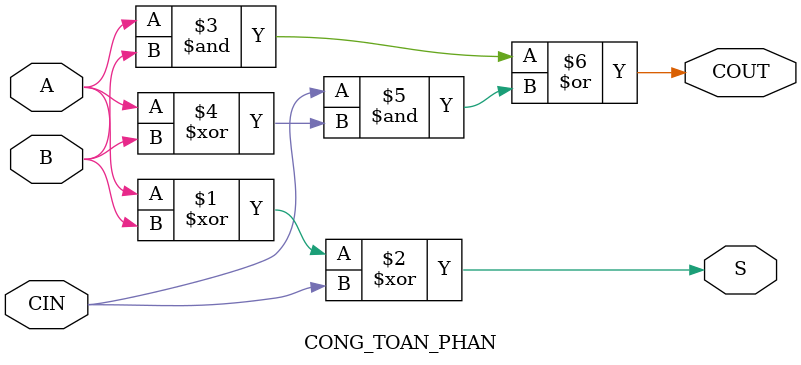
<source format=v>
`timescale 1ns / 1ps
module CONG_TOAN_PHAN(
    input A,
	 input B,
	 input CIN,
	 output S,
	 output COUT
    );
assign S = A^B^CIN;
assign COUT = (A&B)|(CIN&(A^B));

endmodule

</source>
